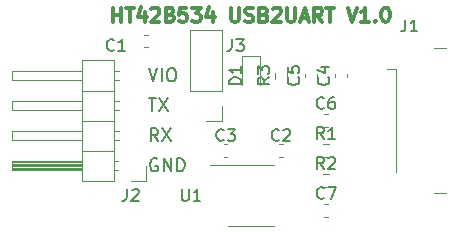
<source format=gbr>
%TF.GenerationSoftware,KiCad,Pcbnew,(5.1.8-0-10_14)*%
%TF.CreationDate,2020-12-28T11:36:20+08:00*%
%TF.ProjectId,HT42B534USB2UART,48543432-4235-4333-9455-534232554152,rev?*%
%TF.SameCoordinates,Original*%
%TF.FileFunction,Legend,Top*%
%TF.FilePolarity,Positive*%
%FSLAX46Y46*%
G04 Gerber Fmt 4.6, Leading zero omitted, Abs format (unit mm)*
G04 Created by KiCad (PCBNEW (5.1.8-0-10_14)) date 2020-12-28 11:36:20*
%MOMM*%
%LPD*%
G01*
G04 APERTURE LIST*
%ADD10C,0.200000*%
%ADD11C,0.300000*%
%ADD12C,0.120000*%
%ADD13C,0.150000*%
G04 APERTURE END LIST*
D10*
X72624761Y-85757619D02*
X72991428Y-86857619D01*
X73358095Y-85757619D01*
X73724761Y-86857619D02*
X73724761Y-85757619D01*
X74458095Y-85757619D02*
X74667619Y-85757619D01*
X74772380Y-85810000D01*
X74877142Y-85914761D01*
X74929523Y-86124285D01*
X74929523Y-86490952D01*
X74877142Y-86700476D01*
X74772380Y-86805238D01*
X74667619Y-86857619D01*
X74458095Y-86857619D01*
X74353333Y-86805238D01*
X74248571Y-86700476D01*
X74196190Y-86490952D01*
X74196190Y-86124285D01*
X74248571Y-85914761D01*
X74353333Y-85810000D01*
X74458095Y-85757619D01*
X73358095Y-93430000D02*
X73253333Y-93377619D01*
X73096190Y-93377619D01*
X72939047Y-93430000D01*
X72834285Y-93534761D01*
X72781904Y-93639523D01*
X72729523Y-93849047D01*
X72729523Y-94006190D01*
X72781904Y-94215714D01*
X72834285Y-94320476D01*
X72939047Y-94425238D01*
X73096190Y-94477619D01*
X73200952Y-94477619D01*
X73358095Y-94425238D01*
X73410476Y-94372857D01*
X73410476Y-94006190D01*
X73200952Y-94006190D01*
X73881904Y-94477619D02*
X73881904Y-93377619D01*
X74510476Y-94477619D01*
X74510476Y-93377619D01*
X75034285Y-94477619D02*
X75034285Y-93377619D01*
X75296190Y-93377619D01*
X75453333Y-93430000D01*
X75558095Y-93534761D01*
X75610476Y-93639523D01*
X75662857Y-93849047D01*
X75662857Y-94006190D01*
X75610476Y-94215714D01*
X75558095Y-94320476D01*
X75453333Y-94425238D01*
X75296190Y-94477619D01*
X75034285Y-94477619D01*
X73410476Y-91937619D02*
X73043809Y-91413809D01*
X72781904Y-91937619D02*
X72781904Y-90837619D01*
X73200952Y-90837619D01*
X73305714Y-90890000D01*
X73358095Y-90942380D01*
X73410476Y-91047142D01*
X73410476Y-91204285D01*
X73358095Y-91309047D01*
X73305714Y-91361428D01*
X73200952Y-91413809D01*
X72781904Y-91413809D01*
X73777142Y-90837619D02*
X74510476Y-91937619D01*
X74510476Y-90837619D02*
X73777142Y-91937619D01*
X72624761Y-88297619D02*
X73253333Y-88297619D01*
X72939047Y-89397619D02*
X72939047Y-88297619D01*
X73515238Y-88297619D02*
X74248571Y-89397619D01*
X74248571Y-88297619D02*
X73515238Y-89397619D01*
D11*
X69594285Y-81822857D02*
X69594285Y-80622857D01*
X69594285Y-81194285D02*
X70280000Y-81194285D01*
X70280000Y-81822857D02*
X70280000Y-80622857D01*
X70680000Y-80622857D02*
X71365714Y-80622857D01*
X71022857Y-81822857D02*
X71022857Y-80622857D01*
X72280000Y-81022857D02*
X72280000Y-81822857D01*
X71994285Y-80565714D02*
X71708571Y-81422857D01*
X72451428Y-81422857D01*
X72851428Y-80737142D02*
X72908571Y-80680000D01*
X73022857Y-80622857D01*
X73308571Y-80622857D01*
X73422857Y-80680000D01*
X73480000Y-80737142D01*
X73537142Y-80851428D01*
X73537142Y-80965714D01*
X73480000Y-81137142D01*
X72794285Y-81822857D01*
X73537142Y-81822857D01*
X74451428Y-81194285D02*
X74622857Y-81251428D01*
X74680000Y-81308571D01*
X74737142Y-81422857D01*
X74737142Y-81594285D01*
X74680000Y-81708571D01*
X74622857Y-81765714D01*
X74508571Y-81822857D01*
X74051428Y-81822857D01*
X74051428Y-80622857D01*
X74451428Y-80622857D01*
X74565714Y-80680000D01*
X74622857Y-80737142D01*
X74680000Y-80851428D01*
X74680000Y-80965714D01*
X74622857Y-81080000D01*
X74565714Y-81137142D01*
X74451428Y-81194285D01*
X74051428Y-81194285D01*
X75822857Y-80622857D02*
X75251428Y-80622857D01*
X75194285Y-81194285D01*
X75251428Y-81137142D01*
X75365714Y-81080000D01*
X75651428Y-81080000D01*
X75765714Y-81137142D01*
X75822857Y-81194285D01*
X75880000Y-81308571D01*
X75880000Y-81594285D01*
X75822857Y-81708571D01*
X75765714Y-81765714D01*
X75651428Y-81822857D01*
X75365714Y-81822857D01*
X75251428Y-81765714D01*
X75194285Y-81708571D01*
X76280000Y-80622857D02*
X77022857Y-80622857D01*
X76622857Y-81080000D01*
X76794285Y-81080000D01*
X76908571Y-81137142D01*
X76965714Y-81194285D01*
X77022857Y-81308571D01*
X77022857Y-81594285D01*
X76965714Y-81708571D01*
X76908571Y-81765714D01*
X76794285Y-81822857D01*
X76451428Y-81822857D01*
X76337142Y-81765714D01*
X76280000Y-81708571D01*
X78051428Y-81022857D02*
X78051428Y-81822857D01*
X77765714Y-80565714D02*
X77480000Y-81422857D01*
X78222857Y-81422857D01*
X79594285Y-80622857D02*
X79594285Y-81594285D01*
X79651428Y-81708571D01*
X79708571Y-81765714D01*
X79822857Y-81822857D01*
X80051428Y-81822857D01*
X80165714Y-81765714D01*
X80222857Y-81708571D01*
X80280000Y-81594285D01*
X80280000Y-80622857D01*
X80794285Y-81765714D02*
X80965714Y-81822857D01*
X81251428Y-81822857D01*
X81365714Y-81765714D01*
X81422857Y-81708571D01*
X81480000Y-81594285D01*
X81480000Y-81480000D01*
X81422857Y-81365714D01*
X81365714Y-81308571D01*
X81251428Y-81251428D01*
X81022857Y-81194285D01*
X80908571Y-81137142D01*
X80851428Y-81080000D01*
X80794285Y-80965714D01*
X80794285Y-80851428D01*
X80851428Y-80737142D01*
X80908571Y-80680000D01*
X81022857Y-80622857D01*
X81308571Y-80622857D01*
X81480000Y-80680000D01*
X82394285Y-81194285D02*
X82565714Y-81251428D01*
X82622857Y-81308571D01*
X82680000Y-81422857D01*
X82680000Y-81594285D01*
X82622857Y-81708571D01*
X82565714Y-81765714D01*
X82451428Y-81822857D01*
X81994285Y-81822857D01*
X81994285Y-80622857D01*
X82394285Y-80622857D01*
X82508571Y-80680000D01*
X82565714Y-80737142D01*
X82622857Y-80851428D01*
X82622857Y-80965714D01*
X82565714Y-81080000D01*
X82508571Y-81137142D01*
X82394285Y-81194285D01*
X81994285Y-81194285D01*
X83137142Y-80737142D02*
X83194285Y-80680000D01*
X83308571Y-80622857D01*
X83594285Y-80622857D01*
X83708571Y-80680000D01*
X83765714Y-80737142D01*
X83822857Y-80851428D01*
X83822857Y-80965714D01*
X83765714Y-81137142D01*
X83080000Y-81822857D01*
X83822857Y-81822857D01*
X84337142Y-80622857D02*
X84337142Y-81594285D01*
X84394285Y-81708571D01*
X84451428Y-81765714D01*
X84565714Y-81822857D01*
X84794285Y-81822857D01*
X84908571Y-81765714D01*
X84965714Y-81708571D01*
X85022857Y-81594285D01*
X85022857Y-80622857D01*
X85537142Y-81480000D02*
X86108571Y-81480000D01*
X85422857Y-81822857D02*
X85822857Y-80622857D01*
X86222857Y-81822857D01*
X87308571Y-81822857D02*
X86908571Y-81251428D01*
X86622857Y-81822857D02*
X86622857Y-80622857D01*
X87080000Y-80622857D01*
X87194285Y-80680000D01*
X87251428Y-80737142D01*
X87308571Y-80851428D01*
X87308571Y-81022857D01*
X87251428Y-81137142D01*
X87194285Y-81194285D01*
X87080000Y-81251428D01*
X86622857Y-81251428D01*
X87651428Y-80622857D02*
X88337142Y-80622857D01*
X87994285Y-81822857D02*
X87994285Y-80622857D01*
X89480000Y-80622857D02*
X89880000Y-81822857D01*
X90280000Y-80622857D01*
X91308571Y-81822857D02*
X90622857Y-81822857D01*
X90965714Y-81822857D02*
X90965714Y-80622857D01*
X90851428Y-80794285D01*
X90737142Y-80908571D01*
X90622857Y-80965714D01*
X91822857Y-81708571D02*
X91880000Y-81765714D01*
X91822857Y-81822857D01*
X91765714Y-81765714D01*
X91822857Y-81708571D01*
X91822857Y-81822857D01*
X92622857Y-80622857D02*
X92737142Y-80622857D01*
X92851428Y-80680000D01*
X92908571Y-80737142D01*
X92965714Y-80851428D01*
X93022857Y-81080000D01*
X93022857Y-81365714D01*
X92965714Y-81594285D01*
X92908571Y-81708571D01*
X92851428Y-81765714D01*
X92737142Y-81822857D01*
X92622857Y-81822857D01*
X92508571Y-81765714D01*
X92451428Y-81708571D01*
X92394285Y-81594285D01*
X92337142Y-81365714D01*
X92337142Y-81080000D01*
X92394285Y-80851428D01*
X92451428Y-80737142D01*
X92508571Y-80680000D01*
X92622857Y-80622857D01*
D12*
%TO.C,J2*%
X69680000Y-95310000D02*
X69680000Y-85030000D01*
X69680000Y-85030000D02*
X67020000Y-85030000D01*
X67020000Y-85030000D02*
X67020000Y-95310000D01*
X67020000Y-95310000D02*
X69680000Y-95310000D01*
X67020000Y-94360000D02*
X61020000Y-94360000D01*
X61020000Y-94360000D02*
X61020000Y-93600000D01*
X61020000Y-93600000D02*
X67020000Y-93600000D01*
X67020000Y-94300000D02*
X61020000Y-94300000D01*
X67020000Y-94180000D02*
X61020000Y-94180000D01*
X67020000Y-94060000D02*
X61020000Y-94060000D01*
X67020000Y-93940000D02*
X61020000Y-93940000D01*
X67020000Y-93820000D02*
X61020000Y-93820000D01*
X67020000Y-93700000D02*
X61020000Y-93700000D01*
X70010000Y-94360000D02*
X69680000Y-94360000D01*
X70010000Y-93600000D02*
X69680000Y-93600000D01*
X69680000Y-92710000D02*
X67020000Y-92710000D01*
X67020000Y-91820000D02*
X61020000Y-91820000D01*
X61020000Y-91820000D02*
X61020000Y-91060000D01*
X61020000Y-91060000D02*
X67020000Y-91060000D01*
X70077071Y-91820000D02*
X69680000Y-91820000D01*
X70077071Y-91060000D02*
X69680000Y-91060000D01*
X69680000Y-90170000D02*
X67020000Y-90170000D01*
X67020000Y-89280000D02*
X61020000Y-89280000D01*
X61020000Y-89280000D02*
X61020000Y-88520000D01*
X61020000Y-88520000D02*
X67020000Y-88520000D01*
X70077071Y-89280000D02*
X69680000Y-89280000D01*
X70077071Y-88520000D02*
X69680000Y-88520000D01*
X69680000Y-87630000D02*
X67020000Y-87630000D01*
X67020000Y-86740000D02*
X61020000Y-86740000D01*
X61020000Y-86740000D02*
X61020000Y-85980000D01*
X61020000Y-85980000D02*
X67020000Y-85980000D01*
X70077071Y-86740000D02*
X69680000Y-86740000D01*
X70077071Y-85980000D02*
X69680000Y-85980000D01*
X72390000Y-93980000D02*
X72390000Y-95250000D01*
X72390000Y-95250000D02*
X71120000Y-95250000D01*
%TO.C,J3*%
X78800000Y-82490000D02*
X76140000Y-82490000D01*
X78800000Y-87630000D02*
X78800000Y-82490000D01*
X76140000Y-87630000D02*
X76140000Y-82490000D01*
X78800000Y-87630000D02*
X76140000Y-87630000D01*
X78800000Y-88900000D02*
X78800000Y-90230000D01*
X78800000Y-90230000D02*
X77470000Y-90230000D01*
%TO.C,C6*%
X87483733Y-89660000D02*
X87776267Y-89660000D01*
X87483733Y-90680000D02*
X87776267Y-90680000D01*
%TO.C,D1*%
X82015000Y-87160000D02*
X82015000Y-84700000D01*
X82015000Y-84700000D02*
X80545000Y-84700000D01*
X80545000Y-84700000D02*
X80545000Y-87160000D01*
%TO.C,C2*%
X83966267Y-93220000D02*
X83673733Y-93220000D01*
X83966267Y-92200000D02*
X83673733Y-92200000D01*
%TO.C,C3*%
X79293767Y-93220000D02*
X79001233Y-93220000D01*
X79293767Y-92200000D02*
X79001233Y-92200000D01*
%TO.C,R1*%
X87375276Y-92187500D02*
X87884724Y-92187500D01*
X87375276Y-93232500D02*
X87884724Y-93232500D01*
%TO.C,R3*%
X83297500Y-86614724D02*
X83297500Y-86105276D01*
X84342500Y-86614724D02*
X84342500Y-86105276D01*
%TO.C,R2*%
X87375276Y-94727500D02*
X87884724Y-94727500D01*
X87375276Y-95772500D02*
X87884724Y-95772500D01*
%TO.C,J1*%
X93580000Y-85770000D02*
X93580000Y-94570000D01*
X96750000Y-84025000D02*
X97800000Y-84025000D01*
X96750000Y-96315000D02*
X97800000Y-96315000D01*
X93580000Y-85770000D02*
X92825000Y-85770000D01*
%TO.C,C7*%
X87483733Y-97280000D02*
X87776267Y-97280000D01*
X87483733Y-98300000D02*
X87776267Y-98300000D01*
%TO.C,U1*%
X81280000Y-99080000D02*
X83230000Y-99080000D01*
X81280000Y-99080000D02*
X79330000Y-99080000D01*
X81280000Y-93960000D02*
X83230000Y-93960000D01*
X81280000Y-93960000D02*
X77830000Y-93960000D01*
%TO.C,C5*%
X85850000Y-86506267D02*
X85850000Y-86213733D01*
X86870000Y-86506267D02*
X86870000Y-86213733D01*
%TO.C,C4*%
X88390000Y-86506267D02*
X88390000Y-86213733D01*
X89410000Y-86506267D02*
X89410000Y-86213733D01*
%TO.C,C1*%
X72536267Y-83922500D02*
X72243733Y-83922500D01*
X72536267Y-82902500D02*
X72243733Y-82902500D01*
%TO.C,J2*%
D13*
X70786666Y-95972380D02*
X70786666Y-96686666D01*
X70739047Y-96829523D01*
X70643809Y-96924761D01*
X70500952Y-96972380D01*
X70405714Y-96972380D01*
X71215238Y-96067619D02*
X71262857Y-96020000D01*
X71358095Y-95972380D01*
X71596190Y-95972380D01*
X71691428Y-96020000D01*
X71739047Y-96067619D01*
X71786666Y-96162857D01*
X71786666Y-96258095D01*
X71739047Y-96400952D01*
X71167619Y-96972380D01*
X71786666Y-96972380D01*
%TO.C,J3*%
X79676666Y-83272380D02*
X79676666Y-83986666D01*
X79629047Y-84129523D01*
X79533809Y-84224761D01*
X79390952Y-84272380D01*
X79295714Y-84272380D01*
X80057619Y-83272380D02*
X80676666Y-83272380D01*
X80343333Y-83653333D01*
X80486190Y-83653333D01*
X80581428Y-83700952D01*
X80629047Y-83748571D01*
X80676666Y-83843809D01*
X80676666Y-84081904D01*
X80629047Y-84177142D01*
X80581428Y-84224761D01*
X80486190Y-84272380D01*
X80200476Y-84272380D01*
X80105238Y-84224761D01*
X80057619Y-84177142D01*
%TO.C,C6*%
X87463333Y-89097142D02*
X87415714Y-89144761D01*
X87272857Y-89192380D01*
X87177619Y-89192380D01*
X87034761Y-89144761D01*
X86939523Y-89049523D01*
X86891904Y-88954285D01*
X86844285Y-88763809D01*
X86844285Y-88620952D01*
X86891904Y-88430476D01*
X86939523Y-88335238D01*
X87034761Y-88240000D01*
X87177619Y-88192380D01*
X87272857Y-88192380D01*
X87415714Y-88240000D01*
X87463333Y-88287619D01*
X88320476Y-88192380D02*
X88130000Y-88192380D01*
X88034761Y-88240000D01*
X87987142Y-88287619D01*
X87891904Y-88430476D01*
X87844285Y-88620952D01*
X87844285Y-89001904D01*
X87891904Y-89097142D01*
X87939523Y-89144761D01*
X88034761Y-89192380D01*
X88225238Y-89192380D01*
X88320476Y-89144761D01*
X88368095Y-89097142D01*
X88415714Y-89001904D01*
X88415714Y-88763809D01*
X88368095Y-88668571D01*
X88320476Y-88620952D01*
X88225238Y-88573333D01*
X88034761Y-88573333D01*
X87939523Y-88620952D01*
X87891904Y-88668571D01*
X87844285Y-88763809D01*
%TO.C,D1*%
X80462380Y-87098095D02*
X79462380Y-87098095D01*
X79462380Y-86860000D01*
X79510000Y-86717142D01*
X79605238Y-86621904D01*
X79700476Y-86574285D01*
X79890952Y-86526666D01*
X80033809Y-86526666D01*
X80224285Y-86574285D01*
X80319523Y-86621904D01*
X80414761Y-86717142D01*
X80462380Y-86860000D01*
X80462380Y-87098095D01*
X80462380Y-85574285D02*
X80462380Y-86145714D01*
X80462380Y-85860000D02*
X79462380Y-85860000D01*
X79605238Y-85955238D01*
X79700476Y-86050476D01*
X79748095Y-86145714D01*
%TO.C,C2*%
X83653333Y-91797142D02*
X83605714Y-91844761D01*
X83462857Y-91892380D01*
X83367619Y-91892380D01*
X83224761Y-91844761D01*
X83129523Y-91749523D01*
X83081904Y-91654285D01*
X83034285Y-91463809D01*
X83034285Y-91320952D01*
X83081904Y-91130476D01*
X83129523Y-91035238D01*
X83224761Y-90940000D01*
X83367619Y-90892380D01*
X83462857Y-90892380D01*
X83605714Y-90940000D01*
X83653333Y-90987619D01*
X84034285Y-90987619D02*
X84081904Y-90940000D01*
X84177142Y-90892380D01*
X84415238Y-90892380D01*
X84510476Y-90940000D01*
X84558095Y-90987619D01*
X84605714Y-91082857D01*
X84605714Y-91178095D01*
X84558095Y-91320952D01*
X83986666Y-91892380D01*
X84605714Y-91892380D01*
%TO.C,C3*%
X78980833Y-91797142D02*
X78933214Y-91844761D01*
X78790357Y-91892380D01*
X78695119Y-91892380D01*
X78552261Y-91844761D01*
X78457023Y-91749523D01*
X78409404Y-91654285D01*
X78361785Y-91463809D01*
X78361785Y-91320952D01*
X78409404Y-91130476D01*
X78457023Y-91035238D01*
X78552261Y-90940000D01*
X78695119Y-90892380D01*
X78790357Y-90892380D01*
X78933214Y-90940000D01*
X78980833Y-90987619D01*
X79314166Y-90892380D02*
X79933214Y-90892380D01*
X79599880Y-91273333D01*
X79742738Y-91273333D01*
X79837976Y-91320952D01*
X79885595Y-91368571D01*
X79933214Y-91463809D01*
X79933214Y-91701904D01*
X79885595Y-91797142D01*
X79837976Y-91844761D01*
X79742738Y-91892380D01*
X79457023Y-91892380D01*
X79361785Y-91844761D01*
X79314166Y-91797142D01*
%TO.C,R1*%
X87463333Y-91732380D02*
X87130000Y-91256190D01*
X86891904Y-91732380D02*
X86891904Y-90732380D01*
X87272857Y-90732380D01*
X87368095Y-90780000D01*
X87415714Y-90827619D01*
X87463333Y-90922857D01*
X87463333Y-91065714D01*
X87415714Y-91160952D01*
X87368095Y-91208571D01*
X87272857Y-91256190D01*
X86891904Y-91256190D01*
X88415714Y-91732380D02*
X87844285Y-91732380D01*
X88130000Y-91732380D02*
X88130000Y-90732380D01*
X88034761Y-90875238D01*
X87939523Y-90970476D01*
X87844285Y-91018095D01*
%TO.C,R3*%
X82842380Y-86526666D02*
X82366190Y-86860000D01*
X82842380Y-87098095D02*
X81842380Y-87098095D01*
X81842380Y-86717142D01*
X81890000Y-86621904D01*
X81937619Y-86574285D01*
X82032857Y-86526666D01*
X82175714Y-86526666D01*
X82270952Y-86574285D01*
X82318571Y-86621904D01*
X82366190Y-86717142D01*
X82366190Y-87098095D01*
X81842380Y-86193333D02*
X81842380Y-85574285D01*
X82223333Y-85907619D01*
X82223333Y-85764761D01*
X82270952Y-85669523D01*
X82318571Y-85621904D01*
X82413809Y-85574285D01*
X82651904Y-85574285D01*
X82747142Y-85621904D01*
X82794761Y-85669523D01*
X82842380Y-85764761D01*
X82842380Y-86050476D01*
X82794761Y-86145714D01*
X82747142Y-86193333D01*
%TO.C,R2*%
X87463333Y-94272380D02*
X87130000Y-93796190D01*
X86891904Y-94272380D02*
X86891904Y-93272380D01*
X87272857Y-93272380D01*
X87368095Y-93320000D01*
X87415714Y-93367619D01*
X87463333Y-93462857D01*
X87463333Y-93605714D01*
X87415714Y-93700952D01*
X87368095Y-93748571D01*
X87272857Y-93796190D01*
X86891904Y-93796190D01*
X87844285Y-93367619D02*
X87891904Y-93320000D01*
X87987142Y-93272380D01*
X88225238Y-93272380D01*
X88320476Y-93320000D01*
X88368095Y-93367619D01*
X88415714Y-93462857D01*
X88415714Y-93558095D01*
X88368095Y-93700952D01*
X87796666Y-94272380D01*
X88415714Y-94272380D01*
%TO.C,J1*%
X94366666Y-81622380D02*
X94366666Y-82336666D01*
X94319047Y-82479523D01*
X94223809Y-82574761D01*
X94080952Y-82622380D01*
X93985714Y-82622380D01*
X95366666Y-82622380D02*
X94795238Y-82622380D01*
X95080952Y-82622380D02*
X95080952Y-81622380D01*
X94985714Y-81765238D01*
X94890476Y-81860476D01*
X94795238Y-81908095D01*
%TO.C,C7*%
X87463333Y-96717142D02*
X87415714Y-96764761D01*
X87272857Y-96812380D01*
X87177619Y-96812380D01*
X87034761Y-96764761D01*
X86939523Y-96669523D01*
X86891904Y-96574285D01*
X86844285Y-96383809D01*
X86844285Y-96240952D01*
X86891904Y-96050476D01*
X86939523Y-95955238D01*
X87034761Y-95860000D01*
X87177619Y-95812380D01*
X87272857Y-95812380D01*
X87415714Y-95860000D01*
X87463333Y-95907619D01*
X87796666Y-95812380D02*
X88463333Y-95812380D01*
X88034761Y-96812380D01*
%TO.C,U1*%
X75438095Y-95972380D02*
X75438095Y-96781904D01*
X75485714Y-96877142D01*
X75533333Y-96924761D01*
X75628571Y-96972380D01*
X75819047Y-96972380D01*
X75914285Y-96924761D01*
X75961904Y-96877142D01*
X76009523Y-96781904D01*
X76009523Y-95972380D01*
X77009523Y-96972380D02*
X76438095Y-96972380D01*
X76723809Y-96972380D02*
X76723809Y-95972380D01*
X76628571Y-96115238D01*
X76533333Y-96210476D01*
X76438095Y-96258095D01*
%TO.C,C5*%
X85287142Y-86526666D02*
X85334761Y-86574285D01*
X85382380Y-86717142D01*
X85382380Y-86812380D01*
X85334761Y-86955238D01*
X85239523Y-87050476D01*
X85144285Y-87098095D01*
X84953809Y-87145714D01*
X84810952Y-87145714D01*
X84620476Y-87098095D01*
X84525238Y-87050476D01*
X84430000Y-86955238D01*
X84382380Y-86812380D01*
X84382380Y-86717142D01*
X84430000Y-86574285D01*
X84477619Y-86526666D01*
X84382380Y-85621904D02*
X84382380Y-86098095D01*
X84858571Y-86145714D01*
X84810952Y-86098095D01*
X84763333Y-86002857D01*
X84763333Y-85764761D01*
X84810952Y-85669523D01*
X84858571Y-85621904D01*
X84953809Y-85574285D01*
X85191904Y-85574285D01*
X85287142Y-85621904D01*
X85334761Y-85669523D01*
X85382380Y-85764761D01*
X85382380Y-86002857D01*
X85334761Y-86098095D01*
X85287142Y-86145714D01*
%TO.C,C4*%
X87827142Y-86526666D02*
X87874761Y-86574285D01*
X87922380Y-86717142D01*
X87922380Y-86812380D01*
X87874761Y-86955238D01*
X87779523Y-87050476D01*
X87684285Y-87098095D01*
X87493809Y-87145714D01*
X87350952Y-87145714D01*
X87160476Y-87098095D01*
X87065238Y-87050476D01*
X86970000Y-86955238D01*
X86922380Y-86812380D01*
X86922380Y-86717142D01*
X86970000Y-86574285D01*
X87017619Y-86526666D01*
X87255714Y-85669523D02*
X87922380Y-85669523D01*
X86874761Y-85907619D02*
X87589047Y-86145714D01*
X87589047Y-85526666D01*
%TO.C,C1*%
X69683333Y-84177142D02*
X69635714Y-84224761D01*
X69492857Y-84272380D01*
X69397619Y-84272380D01*
X69254761Y-84224761D01*
X69159523Y-84129523D01*
X69111904Y-84034285D01*
X69064285Y-83843809D01*
X69064285Y-83700952D01*
X69111904Y-83510476D01*
X69159523Y-83415238D01*
X69254761Y-83320000D01*
X69397619Y-83272380D01*
X69492857Y-83272380D01*
X69635714Y-83320000D01*
X69683333Y-83367619D01*
X70635714Y-84272380D02*
X70064285Y-84272380D01*
X70350000Y-84272380D02*
X70350000Y-83272380D01*
X70254761Y-83415238D01*
X70159523Y-83510476D01*
X70064285Y-83558095D01*
%TD*%
M02*

</source>
